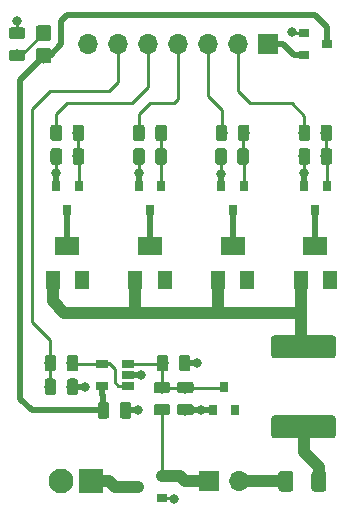
<source format=gbr>
G04 #@! TF.GenerationSoftware,KiCad,Pcbnew,5.1.2*
G04 #@! TF.CreationDate,2019-08-19T21:30:06+02:00*
G04 #@! TF.ProjectId,Battery-Tester,42617474-6572-4792-9d54-65737465722e,rev?*
G04 #@! TF.SameCoordinates,Original*
G04 #@! TF.FileFunction,Copper,L1,Top*
G04 #@! TF.FilePolarity,Positive*
%FSLAX46Y46*%
G04 Gerber Fmt 4.6, Leading zero omitted, Abs format (unit mm)*
G04 Created by KiCad (PCBNEW 5.1.2) date 2019-08-19 21:30:06*
%MOMM*%
%LPD*%
G04 APERTURE LIST*
%ADD10R,0.900000X0.800000*%
%ADD11C,0.100000*%
%ADD12C,1.250000*%
%ADD13R,1.060000X0.650000*%
%ADD14C,0.975000*%
%ADD15R,1.300000X1.600000*%
%ADD16R,2.000000X1.600000*%
%ADD17R,0.800000X0.900000*%
%ADD18O,1.700000X1.700000*%
%ADD19R,1.700000X1.700000*%
%ADD20C,2.100000*%
%ADD21R,2.100000X2.100000*%
%ADD22C,1.925000*%
%ADD23C,1.300000*%
%ADD24C,0.800000*%
%ADD25C,0.250000*%
%ADD26C,0.500000*%
%ADD27C,1.000000*%
G04 APERTURE END LIST*
D10*
X111000000Y-89500000D03*
X109000000Y-90450000D03*
X109000000Y-88550000D03*
X95000000Y-127000000D03*
X97000000Y-126050000D03*
X97000000Y-127950000D03*
D11*
G36*
X110699504Y-125626204D02*
G01*
X110723773Y-125629804D01*
X110747571Y-125635765D01*
X110770671Y-125644030D01*
X110792849Y-125654520D01*
X110813893Y-125667133D01*
X110833598Y-125681747D01*
X110851777Y-125698223D01*
X110868253Y-125716402D01*
X110882867Y-125736107D01*
X110895480Y-125757151D01*
X110905970Y-125779329D01*
X110914235Y-125802429D01*
X110920196Y-125826227D01*
X110923796Y-125850496D01*
X110925000Y-125875000D01*
X110925000Y-127125000D01*
X110923796Y-127149504D01*
X110920196Y-127173773D01*
X110914235Y-127197571D01*
X110905970Y-127220671D01*
X110895480Y-127242849D01*
X110882867Y-127263893D01*
X110868253Y-127283598D01*
X110851777Y-127301777D01*
X110833598Y-127318253D01*
X110813893Y-127332867D01*
X110792849Y-127345480D01*
X110770671Y-127355970D01*
X110747571Y-127364235D01*
X110723773Y-127370196D01*
X110699504Y-127373796D01*
X110675000Y-127375000D01*
X109925000Y-127375000D01*
X109900496Y-127373796D01*
X109876227Y-127370196D01*
X109852429Y-127364235D01*
X109829329Y-127355970D01*
X109807151Y-127345480D01*
X109786107Y-127332867D01*
X109766402Y-127318253D01*
X109748223Y-127301777D01*
X109731747Y-127283598D01*
X109717133Y-127263893D01*
X109704520Y-127242849D01*
X109694030Y-127220671D01*
X109685765Y-127197571D01*
X109679804Y-127173773D01*
X109676204Y-127149504D01*
X109675000Y-127125000D01*
X109675000Y-125875000D01*
X109676204Y-125850496D01*
X109679804Y-125826227D01*
X109685765Y-125802429D01*
X109694030Y-125779329D01*
X109704520Y-125757151D01*
X109717133Y-125736107D01*
X109731747Y-125716402D01*
X109748223Y-125698223D01*
X109766402Y-125681747D01*
X109786107Y-125667133D01*
X109807151Y-125654520D01*
X109829329Y-125644030D01*
X109852429Y-125635765D01*
X109876227Y-125629804D01*
X109900496Y-125626204D01*
X109925000Y-125625000D01*
X110675000Y-125625000D01*
X110699504Y-125626204D01*
X110699504Y-125626204D01*
G37*
D12*
X110300000Y-126500000D03*
D11*
G36*
X107899504Y-125626204D02*
G01*
X107923773Y-125629804D01*
X107947571Y-125635765D01*
X107970671Y-125644030D01*
X107992849Y-125654520D01*
X108013893Y-125667133D01*
X108033598Y-125681747D01*
X108051777Y-125698223D01*
X108068253Y-125716402D01*
X108082867Y-125736107D01*
X108095480Y-125757151D01*
X108105970Y-125779329D01*
X108114235Y-125802429D01*
X108120196Y-125826227D01*
X108123796Y-125850496D01*
X108125000Y-125875000D01*
X108125000Y-127125000D01*
X108123796Y-127149504D01*
X108120196Y-127173773D01*
X108114235Y-127197571D01*
X108105970Y-127220671D01*
X108095480Y-127242849D01*
X108082867Y-127263893D01*
X108068253Y-127283598D01*
X108051777Y-127301777D01*
X108033598Y-127318253D01*
X108013893Y-127332867D01*
X107992849Y-127345480D01*
X107970671Y-127355970D01*
X107947571Y-127364235D01*
X107923773Y-127370196D01*
X107899504Y-127373796D01*
X107875000Y-127375000D01*
X107125000Y-127375000D01*
X107100496Y-127373796D01*
X107076227Y-127370196D01*
X107052429Y-127364235D01*
X107029329Y-127355970D01*
X107007151Y-127345480D01*
X106986107Y-127332867D01*
X106966402Y-127318253D01*
X106948223Y-127301777D01*
X106931747Y-127283598D01*
X106917133Y-127263893D01*
X106904520Y-127242849D01*
X106894030Y-127220671D01*
X106885765Y-127197571D01*
X106879804Y-127173773D01*
X106876204Y-127149504D01*
X106875000Y-127125000D01*
X106875000Y-125875000D01*
X106876204Y-125850496D01*
X106879804Y-125826227D01*
X106885765Y-125802429D01*
X106894030Y-125779329D01*
X106904520Y-125757151D01*
X106917133Y-125736107D01*
X106931747Y-125716402D01*
X106948223Y-125698223D01*
X106966402Y-125681747D01*
X106986107Y-125667133D01*
X107007151Y-125654520D01*
X107029329Y-125644030D01*
X107052429Y-125635765D01*
X107076227Y-125629804D01*
X107100496Y-125626204D01*
X107125000Y-125625000D01*
X107875000Y-125625000D01*
X107899504Y-125626204D01*
X107899504Y-125626204D01*
G37*
D12*
X107500000Y-126500000D03*
D13*
X91900000Y-118450000D03*
X91900000Y-116550000D03*
X94100000Y-116550000D03*
X94100000Y-117500000D03*
X94100000Y-118450000D03*
D11*
G36*
X85230142Y-88076174D02*
G01*
X85253803Y-88079684D01*
X85277007Y-88085496D01*
X85299529Y-88093554D01*
X85321153Y-88103782D01*
X85341670Y-88116079D01*
X85360883Y-88130329D01*
X85378607Y-88146393D01*
X85394671Y-88164117D01*
X85408921Y-88183330D01*
X85421218Y-88203847D01*
X85431446Y-88225471D01*
X85439504Y-88247993D01*
X85445316Y-88271197D01*
X85448826Y-88294858D01*
X85450000Y-88318750D01*
X85450000Y-88806250D01*
X85448826Y-88830142D01*
X85445316Y-88853803D01*
X85439504Y-88877007D01*
X85431446Y-88899529D01*
X85421218Y-88921153D01*
X85408921Y-88941670D01*
X85394671Y-88960883D01*
X85378607Y-88978607D01*
X85360883Y-88994671D01*
X85341670Y-89008921D01*
X85321153Y-89021218D01*
X85299529Y-89031446D01*
X85277007Y-89039504D01*
X85253803Y-89045316D01*
X85230142Y-89048826D01*
X85206250Y-89050000D01*
X84293750Y-89050000D01*
X84269858Y-89048826D01*
X84246197Y-89045316D01*
X84222993Y-89039504D01*
X84200471Y-89031446D01*
X84178847Y-89021218D01*
X84158330Y-89008921D01*
X84139117Y-88994671D01*
X84121393Y-88978607D01*
X84105329Y-88960883D01*
X84091079Y-88941670D01*
X84078782Y-88921153D01*
X84068554Y-88899529D01*
X84060496Y-88877007D01*
X84054684Y-88853803D01*
X84051174Y-88830142D01*
X84050000Y-88806250D01*
X84050000Y-88318750D01*
X84051174Y-88294858D01*
X84054684Y-88271197D01*
X84060496Y-88247993D01*
X84068554Y-88225471D01*
X84078782Y-88203847D01*
X84091079Y-88183330D01*
X84105329Y-88164117D01*
X84121393Y-88146393D01*
X84139117Y-88130329D01*
X84158330Y-88116079D01*
X84178847Y-88103782D01*
X84200471Y-88093554D01*
X84222993Y-88085496D01*
X84246197Y-88079684D01*
X84269858Y-88076174D01*
X84293750Y-88075000D01*
X85206250Y-88075000D01*
X85230142Y-88076174D01*
X85230142Y-88076174D01*
G37*
D14*
X84750000Y-88562500D03*
D11*
G36*
X85230142Y-89951174D02*
G01*
X85253803Y-89954684D01*
X85277007Y-89960496D01*
X85299529Y-89968554D01*
X85321153Y-89978782D01*
X85341670Y-89991079D01*
X85360883Y-90005329D01*
X85378607Y-90021393D01*
X85394671Y-90039117D01*
X85408921Y-90058330D01*
X85421218Y-90078847D01*
X85431446Y-90100471D01*
X85439504Y-90122993D01*
X85445316Y-90146197D01*
X85448826Y-90169858D01*
X85450000Y-90193750D01*
X85450000Y-90681250D01*
X85448826Y-90705142D01*
X85445316Y-90728803D01*
X85439504Y-90752007D01*
X85431446Y-90774529D01*
X85421218Y-90796153D01*
X85408921Y-90816670D01*
X85394671Y-90835883D01*
X85378607Y-90853607D01*
X85360883Y-90869671D01*
X85341670Y-90883921D01*
X85321153Y-90896218D01*
X85299529Y-90906446D01*
X85277007Y-90914504D01*
X85253803Y-90920316D01*
X85230142Y-90923826D01*
X85206250Y-90925000D01*
X84293750Y-90925000D01*
X84269858Y-90923826D01*
X84246197Y-90920316D01*
X84222993Y-90914504D01*
X84200471Y-90906446D01*
X84178847Y-90896218D01*
X84158330Y-90883921D01*
X84139117Y-90869671D01*
X84121393Y-90853607D01*
X84105329Y-90835883D01*
X84091079Y-90816670D01*
X84078782Y-90796153D01*
X84068554Y-90774529D01*
X84060496Y-90752007D01*
X84054684Y-90728803D01*
X84051174Y-90705142D01*
X84050000Y-90681250D01*
X84050000Y-90193750D01*
X84051174Y-90169858D01*
X84054684Y-90146197D01*
X84060496Y-90122993D01*
X84068554Y-90100471D01*
X84078782Y-90078847D01*
X84091079Y-90058330D01*
X84105329Y-90039117D01*
X84121393Y-90021393D01*
X84139117Y-90005329D01*
X84158330Y-89991079D01*
X84178847Y-89978782D01*
X84200471Y-89968554D01*
X84222993Y-89960496D01*
X84246197Y-89954684D01*
X84269858Y-89951174D01*
X84293750Y-89950000D01*
X85206250Y-89950000D01*
X85230142Y-89951174D01*
X85230142Y-89951174D01*
G37*
D14*
X84750000Y-90437500D03*
D11*
G36*
X109330142Y-96301174D02*
G01*
X109353803Y-96304684D01*
X109377007Y-96310496D01*
X109399529Y-96318554D01*
X109421153Y-96328782D01*
X109441670Y-96341079D01*
X109460883Y-96355329D01*
X109478607Y-96371393D01*
X109494671Y-96389117D01*
X109508921Y-96408330D01*
X109521218Y-96428847D01*
X109531446Y-96450471D01*
X109539504Y-96472993D01*
X109545316Y-96496197D01*
X109548826Y-96519858D01*
X109550000Y-96543750D01*
X109550000Y-97456250D01*
X109548826Y-97480142D01*
X109545316Y-97503803D01*
X109539504Y-97527007D01*
X109531446Y-97549529D01*
X109521218Y-97571153D01*
X109508921Y-97591670D01*
X109494671Y-97610883D01*
X109478607Y-97628607D01*
X109460883Y-97644671D01*
X109441670Y-97658921D01*
X109421153Y-97671218D01*
X109399529Y-97681446D01*
X109377007Y-97689504D01*
X109353803Y-97695316D01*
X109330142Y-97698826D01*
X109306250Y-97700000D01*
X108818750Y-97700000D01*
X108794858Y-97698826D01*
X108771197Y-97695316D01*
X108747993Y-97689504D01*
X108725471Y-97681446D01*
X108703847Y-97671218D01*
X108683330Y-97658921D01*
X108664117Y-97644671D01*
X108646393Y-97628607D01*
X108630329Y-97610883D01*
X108616079Y-97591670D01*
X108603782Y-97571153D01*
X108593554Y-97549529D01*
X108585496Y-97527007D01*
X108579684Y-97503803D01*
X108576174Y-97480142D01*
X108575000Y-97456250D01*
X108575000Y-96543750D01*
X108576174Y-96519858D01*
X108579684Y-96496197D01*
X108585496Y-96472993D01*
X108593554Y-96450471D01*
X108603782Y-96428847D01*
X108616079Y-96408330D01*
X108630329Y-96389117D01*
X108646393Y-96371393D01*
X108664117Y-96355329D01*
X108683330Y-96341079D01*
X108703847Y-96328782D01*
X108725471Y-96318554D01*
X108747993Y-96310496D01*
X108771197Y-96304684D01*
X108794858Y-96301174D01*
X108818750Y-96300000D01*
X109306250Y-96300000D01*
X109330142Y-96301174D01*
X109330142Y-96301174D01*
G37*
D14*
X109062500Y-97000000D03*
D11*
G36*
X111205142Y-96301174D02*
G01*
X111228803Y-96304684D01*
X111252007Y-96310496D01*
X111274529Y-96318554D01*
X111296153Y-96328782D01*
X111316670Y-96341079D01*
X111335883Y-96355329D01*
X111353607Y-96371393D01*
X111369671Y-96389117D01*
X111383921Y-96408330D01*
X111396218Y-96428847D01*
X111406446Y-96450471D01*
X111414504Y-96472993D01*
X111420316Y-96496197D01*
X111423826Y-96519858D01*
X111425000Y-96543750D01*
X111425000Y-97456250D01*
X111423826Y-97480142D01*
X111420316Y-97503803D01*
X111414504Y-97527007D01*
X111406446Y-97549529D01*
X111396218Y-97571153D01*
X111383921Y-97591670D01*
X111369671Y-97610883D01*
X111353607Y-97628607D01*
X111335883Y-97644671D01*
X111316670Y-97658921D01*
X111296153Y-97671218D01*
X111274529Y-97681446D01*
X111252007Y-97689504D01*
X111228803Y-97695316D01*
X111205142Y-97698826D01*
X111181250Y-97700000D01*
X110693750Y-97700000D01*
X110669858Y-97698826D01*
X110646197Y-97695316D01*
X110622993Y-97689504D01*
X110600471Y-97681446D01*
X110578847Y-97671218D01*
X110558330Y-97658921D01*
X110539117Y-97644671D01*
X110521393Y-97628607D01*
X110505329Y-97610883D01*
X110491079Y-97591670D01*
X110478782Y-97571153D01*
X110468554Y-97549529D01*
X110460496Y-97527007D01*
X110454684Y-97503803D01*
X110451174Y-97480142D01*
X110450000Y-97456250D01*
X110450000Y-96543750D01*
X110451174Y-96519858D01*
X110454684Y-96496197D01*
X110460496Y-96472993D01*
X110468554Y-96450471D01*
X110478782Y-96428847D01*
X110491079Y-96408330D01*
X110505329Y-96389117D01*
X110521393Y-96371393D01*
X110539117Y-96355329D01*
X110558330Y-96341079D01*
X110578847Y-96328782D01*
X110600471Y-96318554D01*
X110622993Y-96310496D01*
X110646197Y-96304684D01*
X110669858Y-96301174D01*
X110693750Y-96300000D01*
X111181250Y-96300000D01*
X111205142Y-96301174D01*
X111205142Y-96301174D01*
G37*
D14*
X110937500Y-97000000D03*
D11*
G36*
X109330142Y-98301174D02*
G01*
X109353803Y-98304684D01*
X109377007Y-98310496D01*
X109399529Y-98318554D01*
X109421153Y-98328782D01*
X109441670Y-98341079D01*
X109460883Y-98355329D01*
X109478607Y-98371393D01*
X109494671Y-98389117D01*
X109508921Y-98408330D01*
X109521218Y-98428847D01*
X109531446Y-98450471D01*
X109539504Y-98472993D01*
X109545316Y-98496197D01*
X109548826Y-98519858D01*
X109550000Y-98543750D01*
X109550000Y-99456250D01*
X109548826Y-99480142D01*
X109545316Y-99503803D01*
X109539504Y-99527007D01*
X109531446Y-99549529D01*
X109521218Y-99571153D01*
X109508921Y-99591670D01*
X109494671Y-99610883D01*
X109478607Y-99628607D01*
X109460883Y-99644671D01*
X109441670Y-99658921D01*
X109421153Y-99671218D01*
X109399529Y-99681446D01*
X109377007Y-99689504D01*
X109353803Y-99695316D01*
X109330142Y-99698826D01*
X109306250Y-99700000D01*
X108818750Y-99700000D01*
X108794858Y-99698826D01*
X108771197Y-99695316D01*
X108747993Y-99689504D01*
X108725471Y-99681446D01*
X108703847Y-99671218D01*
X108683330Y-99658921D01*
X108664117Y-99644671D01*
X108646393Y-99628607D01*
X108630329Y-99610883D01*
X108616079Y-99591670D01*
X108603782Y-99571153D01*
X108593554Y-99549529D01*
X108585496Y-99527007D01*
X108579684Y-99503803D01*
X108576174Y-99480142D01*
X108575000Y-99456250D01*
X108575000Y-98543750D01*
X108576174Y-98519858D01*
X108579684Y-98496197D01*
X108585496Y-98472993D01*
X108593554Y-98450471D01*
X108603782Y-98428847D01*
X108616079Y-98408330D01*
X108630329Y-98389117D01*
X108646393Y-98371393D01*
X108664117Y-98355329D01*
X108683330Y-98341079D01*
X108703847Y-98328782D01*
X108725471Y-98318554D01*
X108747993Y-98310496D01*
X108771197Y-98304684D01*
X108794858Y-98301174D01*
X108818750Y-98300000D01*
X109306250Y-98300000D01*
X109330142Y-98301174D01*
X109330142Y-98301174D01*
G37*
D14*
X109062500Y-99000000D03*
D11*
G36*
X111205142Y-98301174D02*
G01*
X111228803Y-98304684D01*
X111252007Y-98310496D01*
X111274529Y-98318554D01*
X111296153Y-98328782D01*
X111316670Y-98341079D01*
X111335883Y-98355329D01*
X111353607Y-98371393D01*
X111369671Y-98389117D01*
X111383921Y-98408330D01*
X111396218Y-98428847D01*
X111406446Y-98450471D01*
X111414504Y-98472993D01*
X111420316Y-98496197D01*
X111423826Y-98519858D01*
X111425000Y-98543750D01*
X111425000Y-99456250D01*
X111423826Y-99480142D01*
X111420316Y-99503803D01*
X111414504Y-99527007D01*
X111406446Y-99549529D01*
X111396218Y-99571153D01*
X111383921Y-99591670D01*
X111369671Y-99610883D01*
X111353607Y-99628607D01*
X111335883Y-99644671D01*
X111316670Y-99658921D01*
X111296153Y-99671218D01*
X111274529Y-99681446D01*
X111252007Y-99689504D01*
X111228803Y-99695316D01*
X111205142Y-99698826D01*
X111181250Y-99700000D01*
X110693750Y-99700000D01*
X110669858Y-99698826D01*
X110646197Y-99695316D01*
X110622993Y-99689504D01*
X110600471Y-99681446D01*
X110578847Y-99671218D01*
X110558330Y-99658921D01*
X110539117Y-99644671D01*
X110521393Y-99628607D01*
X110505329Y-99610883D01*
X110491079Y-99591670D01*
X110478782Y-99571153D01*
X110468554Y-99549529D01*
X110460496Y-99527007D01*
X110454684Y-99503803D01*
X110451174Y-99480142D01*
X110450000Y-99456250D01*
X110450000Y-98543750D01*
X110451174Y-98519858D01*
X110454684Y-98496197D01*
X110460496Y-98472993D01*
X110468554Y-98450471D01*
X110478782Y-98428847D01*
X110491079Y-98408330D01*
X110505329Y-98389117D01*
X110521393Y-98371393D01*
X110539117Y-98355329D01*
X110558330Y-98341079D01*
X110578847Y-98328782D01*
X110600471Y-98318554D01*
X110622993Y-98310496D01*
X110646197Y-98304684D01*
X110669858Y-98301174D01*
X110693750Y-98300000D01*
X111181250Y-98300000D01*
X111205142Y-98301174D01*
X111205142Y-98301174D01*
G37*
D14*
X110937500Y-99000000D03*
D15*
X111250000Y-109450000D03*
D16*
X110000000Y-106550000D03*
D15*
X108750000Y-109450000D03*
D11*
G36*
X102330142Y-96301174D02*
G01*
X102353803Y-96304684D01*
X102377007Y-96310496D01*
X102399529Y-96318554D01*
X102421153Y-96328782D01*
X102441670Y-96341079D01*
X102460883Y-96355329D01*
X102478607Y-96371393D01*
X102494671Y-96389117D01*
X102508921Y-96408330D01*
X102521218Y-96428847D01*
X102531446Y-96450471D01*
X102539504Y-96472993D01*
X102545316Y-96496197D01*
X102548826Y-96519858D01*
X102550000Y-96543750D01*
X102550000Y-97456250D01*
X102548826Y-97480142D01*
X102545316Y-97503803D01*
X102539504Y-97527007D01*
X102531446Y-97549529D01*
X102521218Y-97571153D01*
X102508921Y-97591670D01*
X102494671Y-97610883D01*
X102478607Y-97628607D01*
X102460883Y-97644671D01*
X102441670Y-97658921D01*
X102421153Y-97671218D01*
X102399529Y-97681446D01*
X102377007Y-97689504D01*
X102353803Y-97695316D01*
X102330142Y-97698826D01*
X102306250Y-97700000D01*
X101818750Y-97700000D01*
X101794858Y-97698826D01*
X101771197Y-97695316D01*
X101747993Y-97689504D01*
X101725471Y-97681446D01*
X101703847Y-97671218D01*
X101683330Y-97658921D01*
X101664117Y-97644671D01*
X101646393Y-97628607D01*
X101630329Y-97610883D01*
X101616079Y-97591670D01*
X101603782Y-97571153D01*
X101593554Y-97549529D01*
X101585496Y-97527007D01*
X101579684Y-97503803D01*
X101576174Y-97480142D01*
X101575000Y-97456250D01*
X101575000Y-96543750D01*
X101576174Y-96519858D01*
X101579684Y-96496197D01*
X101585496Y-96472993D01*
X101593554Y-96450471D01*
X101603782Y-96428847D01*
X101616079Y-96408330D01*
X101630329Y-96389117D01*
X101646393Y-96371393D01*
X101664117Y-96355329D01*
X101683330Y-96341079D01*
X101703847Y-96328782D01*
X101725471Y-96318554D01*
X101747993Y-96310496D01*
X101771197Y-96304684D01*
X101794858Y-96301174D01*
X101818750Y-96300000D01*
X102306250Y-96300000D01*
X102330142Y-96301174D01*
X102330142Y-96301174D01*
G37*
D14*
X102062500Y-97000000D03*
D11*
G36*
X104205142Y-96301174D02*
G01*
X104228803Y-96304684D01*
X104252007Y-96310496D01*
X104274529Y-96318554D01*
X104296153Y-96328782D01*
X104316670Y-96341079D01*
X104335883Y-96355329D01*
X104353607Y-96371393D01*
X104369671Y-96389117D01*
X104383921Y-96408330D01*
X104396218Y-96428847D01*
X104406446Y-96450471D01*
X104414504Y-96472993D01*
X104420316Y-96496197D01*
X104423826Y-96519858D01*
X104425000Y-96543750D01*
X104425000Y-97456250D01*
X104423826Y-97480142D01*
X104420316Y-97503803D01*
X104414504Y-97527007D01*
X104406446Y-97549529D01*
X104396218Y-97571153D01*
X104383921Y-97591670D01*
X104369671Y-97610883D01*
X104353607Y-97628607D01*
X104335883Y-97644671D01*
X104316670Y-97658921D01*
X104296153Y-97671218D01*
X104274529Y-97681446D01*
X104252007Y-97689504D01*
X104228803Y-97695316D01*
X104205142Y-97698826D01*
X104181250Y-97700000D01*
X103693750Y-97700000D01*
X103669858Y-97698826D01*
X103646197Y-97695316D01*
X103622993Y-97689504D01*
X103600471Y-97681446D01*
X103578847Y-97671218D01*
X103558330Y-97658921D01*
X103539117Y-97644671D01*
X103521393Y-97628607D01*
X103505329Y-97610883D01*
X103491079Y-97591670D01*
X103478782Y-97571153D01*
X103468554Y-97549529D01*
X103460496Y-97527007D01*
X103454684Y-97503803D01*
X103451174Y-97480142D01*
X103450000Y-97456250D01*
X103450000Y-96543750D01*
X103451174Y-96519858D01*
X103454684Y-96496197D01*
X103460496Y-96472993D01*
X103468554Y-96450471D01*
X103478782Y-96428847D01*
X103491079Y-96408330D01*
X103505329Y-96389117D01*
X103521393Y-96371393D01*
X103539117Y-96355329D01*
X103558330Y-96341079D01*
X103578847Y-96328782D01*
X103600471Y-96318554D01*
X103622993Y-96310496D01*
X103646197Y-96304684D01*
X103669858Y-96301174D01*
X103693750Y-96300000D01*
X104181250Y-96300000D01*
X104205142Y-96301174D01*
X104205142Y-96301174D01*
G37*
D14*
X103937500Y-97000000D03*
D11*
G36*
X102267642Y-98301174D02*
G01*
X102291303Y-98304684D01*
X102314507Y-98310496D01*
X102337029Y-98318554D01*
X102358653Y-98328782D01*
X102379170Y-98341079D01*
X102398383Y-98355329D01*
X102416107Y-98371393D01*
X102432171Y-98389117D01*
X102446421Y-98408330D01*
X102458718Y-98428847D01*
X102468946Y-98450471D01*
X102477004Y-98472993D01*
X102482816Y-98496197D01*
X102486326Y-98519858D01*
X102487500Y-98543750D01*
X102487500Y-99456250D01*
X102486326Y-99480142D01*
X102482816Y-99503803D01*
X102477004Y-99527007D01*
X102468946Y-99549529D01*
X102458718Y-99571153D01*
X102446421Y-99591670D01*
X102432171Y-99610883D01*
X102416107Y-99628607D01*
X102398383Y-99644671D01*
X102379170Y-99658921D01*
X102358653Y-99671218D01*
X102337029Y-99681446D01*
X102314507Y-99689504D01*
X102291303Y-99695316D01*
X102267642Y-99698826D01*
X102243750Y-99700000D01*
X101756250Y-99700000D01*
X101732358Y-99698826D01*
X101708697Y-99695316D01*
X101685493Y-99689504D01*
X101662971Y-99681446D01*
X101641347Y-99671218D01*
X101620830Y-99658921D01*
X101601617Y-99644671D01*
X101583893Y-99628607D01*
X101567829Y-99610883D01*
X101553579Y-99591670D01*
X101541282Y-99571153D01*
X101531054Y-99549529D01*
X101522996Y-99527007D01*
X101517184Y-99503803D01*
X101513674Y-99480142D01*
X101512500Y-99456250D01*
X101512500Y-98543750D01*
X101513674Y-98519858D01*
X101517184Y-98496197D01*
X101522996Y-98472993D01*
X101531054Y-98450471D01*
X101541282Y-98428847D01*
X101553579Y-98408330D01*
X101567829Y-98389117D01*
X101583893Y-98371393D01*
X101601617Y-98355329D01*
X101620830Y-98341079D01*
X101641347Y-98328782D01*
X101662971Y-98318554D01*
X101685493Y-98310496D01*
X101708697Y-98304684D01*
X101732358Y-98301174D01*
X101756250Y-98300000D01*
X102243750Y-98300000D01*
X102267642Y-98301174D01*
X102267642Y-98301174D01*
G37*
D14*
X102000000Y-99000000D03*
D11*
G36*
X104142642Y-98301174D02*
G01*
X104166303Y-98304684D01*
X104189507Y-98310496D01*
X104212029Y-98318554D01*
X104233653Y-98328782D01*
X104254170Y-98341079D01*
X104273383Y-98355329D01*
X104291107Y-98371393D01*
X104307171Y-98389117D01*
X104321421Y-98408330D01*
X104333718Y-98428847D01*
X104343946Y-98450471D01*
X104352004Y-98472993D01*
X104357816Y-98496197D01*
X104361326Y-98519858D01*
X104362500Y-98543750D01*
X104362500Y-99456250D01*
X104361326Y-99480142D01*
X104357816Y-99503803D01*
X104352004Y-99527007D01*
X104343946Y-99549529D01*
X104333718Y-99571153D01*
X104321421Y-99591670D01*
X104307171Y-99610883D01*
X104291107Y-99628607D01*
X104273383Y-99644671D01*
X104254170Y-99658921D01*
X104233653Y-99671218D01*
X104212029Y-99681446D01*
X104189507Y-99689504D01*
X104166303Y-99695316D01*
X104142642Y-99698826D01*
X104118750Y-99700000D01*
X103631250Y-99700000D01*
X103607358Y-99698826D01*
X103583697Y-99695316D01*
X103560493Y-99689504D01*
X103537971Y-99681446D01*
X103516347Y-99671218D01*
X103495830Y-99658921D01*
X103476617Y-99644671D01*
X103458893Y-99628607D01*
X103442829Y-99610883D01*
X103428579Y-99591670D01*
X103416282Y-99571153D01*
X103406054Y-99549529D01*
X103397996Y-99527007D01*
X103392184Y-99503803D01*
X103388674Y-99480142D01*
X103387500Y-99456250D01*
X103387500Y-98543750D01*
X103388674Y-98519858D01*
X103392184Y-98496197D01*
X103397996Y-98472993D01*
X103406054Y-98450471D01*
X103416282Y-98428847D01*
X103428579Y-98408330D01*
X103442829Y-98389117D01*
X103458893Y-98371393D01*
X103476617Y-98355329D01*
X103495830Y-98341079D01*
X103516347Y-98328782D01*
X103537971Y-98318554D01*
X103560493Y-98310496D01*
X103583697Y-98304684D01*
X103607358Y-98301174D01*
X103631250Y-98300000D01*
X104118750Y-98300000D01*
X104142642Y-98301174D01*
X104142642Y-98301174D01*
G37*
D14*
X103875000Y-99000000D03*
D15*
X104250000Y-109450000D03*
D16*
X103000000Y-106550000D03*
D15*
X101750000Y-109450000D03*
D11*
G36*
X95330142Y-96301174D02*
G01*
X95353803Y-96304684D01*
X95377007Y-96310496D01*
X95399529Y-96318554D01*
X95421153Y-96328782D01*
X95441670Y-96341079D01*
X95460883Y-96355329D01*
X95478607Y-96371393D01*
X95494671Y-96389117D01*
X95508921Y-96408330D01*
X95521218Y-96428847D01*
X95531446Y-96450471D01*
X95539504Y-96472993D01*
X95545316Y-96496197D01*
X95548826Y-96519858D01*
X95550000Y-96543750D01*
X95550000Y-97456250D01*
X95548826Y-97480142D01*
X95545316Y-97503803D01*
X95539504Y-97527007D01*
X95531446Y-97549529D01*
X95521218Y-97571153D01*
X95508921Y-97591670D01*
X95494671Y-97610883D01*
X95478607Y-97628607D01*
X95460883Y-97644671D01*
X95441670Y-97658921D01*
X95421153Y-97671218D01*
X95399529Y-97681446D01*
X95377007Y-97689504D01*
X95353803Y-97695316D01*
X95330142Y-97698826D01*
X95306250Y-97700000D01*
X94818750Y-97700000D01*
X94794858Y-97698826D01*
X94771197Y-97695316D01*
X94747993Y-97689504D01*
X94725471Y-97681446D01*
X94703847Y-97671218D01*
X94683330Y-97658921D01*
X94664117Y-97644671D01*
X94646393Y-97628607D01*
X94630329Y-97610883D01*
X94616079Y-97591670D01*
X94603782Y-97571153D01*
X94593554Y-97549529D01*
X94585496Y-97527007D01*
X94579684Y-97503803D01*
X94576174Y-97480142D01*
X94575000Y-97456250D01*
X94575000Y-96543750D01*
X94576174Y-96519858D01*
X94579684Y-96496197D01*
X94585496Y-96472993D01*
X94593554Y-96450471D01*
X94603782Y-96428847D01*
X94616079Y-96408330D01*
X94630329Y-96389117D01*
X94646393Y-96371393D01*
X94664117Y-96355329D01*
X94683330Y-96341079D01*
X94703847Y-96328782D01*
X94725471Y-96318554D01*
X94747993Y-96310496D01*
X94771197Y-96304684D01*
X94794858Y-96301174D01*
X94818750Y-96300000D01*
X95306250Y-96300000D01*
X95330142Y-96301174D01*
X95330142Y-96301174D01*
G37*
D14*
X95062500Y-97000000D03*
D11*
G36*
X97205142Y-96301174D02*
G01*
X97228803Y-96304684D01*
X97252007Y-96310496D01*
X97274529Y-96318554D01*
X97296153Y-96328782D01*
X97316670Y-96341079D01*
X97335883Y-96355329D01*
X97353607Y-96371393D01*
X97369671Y-96389117D01*
X97383921Y-96408330D01*
X97396218Y-96428847D01*
X97406446Y-96450471D01*
X97414504Y-96472993D01*
X97420316Y-96496197D01*
X97423826Y-96519858D01*
X97425000Y-96543750D01*
X97425000Y-97456250D01*
X97423826Y-97480142D01*
X97420316Y-97503803D01*
X97414504Y-97527007D01*
X97406446Y-97549529D01*
X97396218Y-97571153D01*
X97383921Y-97591670D01*
X97369671Y-97610883D01*
X97353607Y-97628607D01*
X97335883Y-97644671D01*
X97316670Y-97658921D01*
X97296153Y-97671218D01*
X97274529Y-97681446D01*
X97252007Y-97689504D01*
X97228803Y-97695316D01*
X97205142Y-97698826D01*
X97181250Y-97700000D01*
X96693750Y-97700000D01*
X96669858Y-97698826D01*
X96646197Y-97695316D01*
X96622993Y-97689504D01*
X96600471Y-97681446D01*
X96578847Y-97671218D01*
X96558330Y-97658921D01*
X96539117Y-97644671D01*
X96521393Y-97628607D01*
X96505329Y-97610883D01*
X96491079Y-97591670D01*
X96478782Y-97571153D01*
X96468554Y-97549529D01*
X96460496Y-97527007D01*
X96454684Y-97503803D01*
X96451174Y-97480142D01*
X96450000Y-97456250D01*
X96450000Y-96543750D01*
X96451174Y-96519858D01*
X96454684Y-96496197D01*
X96460496Y-96472993D01*
X96468554Y-96450471D01*
X96478782Y-96428847D01*
X96491079Y-96408330D01*
X96505329Y-96389117D01*
X96521393Y-96371393D01*
X96539117Y-96355329D01*
X96558330Y-96341079D01*
X96578847Y-96328782D01*
X96600471Y-96318554D01*
X96622993Y-96310496D01*
X96646197Y-96304684D01*
X96669858Y-96301174D01*
X96693750Y-96300000D01*
X97181250Y-96300000D01*
X97205142Y-96301174D01*
X97205142Y-96301174D01*
G37*
D14*
X96937500Y-97000000D03*
D11*
G36*
X95330142Y-98301174D02*
G01*
X95353803Y-98304684D01*
X95377007Y-98310496D01*
X95399529Y-98318554D01*
X95421153Y-98328782D01*
X95441670Y-98341079D01*
X95460883Y-98355329D01*
X95478607Y-98371393D01*
X95494671Y-98389117D01*
X95508921Y-98408330D01*
X95521218Y-98428847D01*
X95531446Y-98450471D01*
X95539504Y-98472993D01*
X95545316Y-98496197D01*
X95548826Y-98519858D01*
X95550000Y-98543750D01*
X95550000Y-99456250D01*
X95548826Y-99480142D01*
X95545316Y-99503803D01*
X95539504Y-99527007D01*
X95531446Y-99549529D01*
X95521218Y-99571153D01*
X95508921Y-99591670D01*
X95494671Y-99610883D01*
X95478607Y-99628607D01*
X95460883Y-99644671D01*
X95441670Y-99658921D01*
X95421153Y-99671218D01*
X95399529Y-99681446D01*
X95377007Y-99689504D01*
X95353803Y-99695316D01*
X95330142Y-99698826D01*
X95306250Y-99700000D01*
X94818750Y-99700000D01*
X94794858Y-99698826D01*
X94771197Y-99695316D01*
X94747993Y-99689504D01*
X94725471Y-99681446D01*
X94703847Y-99671218D01*
X94683330Y-99658921D01*
X94664117Y-99644671D01*
X94646393Y-99628607D01*
X94630329Y-99610883D01*
X94616079Y-99591670D01*
X94603782Y-99571153D01*
X94593554Y-99549529D01*
X94585496Y-99527007D01*
X94579684Y-99503803D01*
X94576174Y-99480142D01*
X94575000Y-99456250D01*
X94575000Y-98543750D01*
X94576174Y-98519858D01*
X94579684Y-98496197D01*
X94585496Y-98472993D01*
X94593554Y-98450471D01*
X94603782Y-98428847D01*
X94616079Y-98408330D01*
X94630329Y-98389117D01*
X94646393Y-98371393D01*
X94664117Y-98355329D01*
X94683330Y-98341079D01*
X94703847Y-98328782D01*
X94725471Y-98318554D01*
X94747993Y-98310496D01*
X94771197Y-98304684D01*
X94794858Y-98301174D01*
X94818750Y-98300000D01*
X95306250Y-98300000D01*
X95330142Y-98301174D01*
X95330142Y-98301174D01*
G37*
D14*
X95062500Y-99000000D03*
D11*
G36*
X97205142Y-98301174D02*
G01*
X97228803Y-98304684D01*
X97252007Y-98310496D01*
X97274529Y-98318554D01*
X97296153Y-98328782D01*
X97316670Y-98341079D01*
X97335883Y-98355329D01*
X97353607Y-98371393D01*
X97369671Y-98389117D01*
X97383921Y-98408330D01*
X97396218Y-98428847D01*
X97406446Y-98450471D01*
X97414504Y-98472993D01*
X97420316Y-98496197D01*
X97423826Y-98519858D01*
X97425000Y-98543750D01*
X97425000Y-99456250D01*
X97423826Y-99480142D01*
X97420316Y-99503803D01*
X97414504Y-99527007D01*
X97406446Y-99549529D01*
X97396218Y-99571153D01*
X97383921Y-99591670D01*
X97369671Y-99610883D01*
X97353607Y-99628607D01*
X97335883Y-99644671D01*
X97316670Y-99658921D01*
X97296153Y-99671218D01*
X97274529Y-99681446D01*
X97252007Y-99689504D01*
X97228803Y-99695316D01*
X97205142Y-99698826D01*
X97181250Y-99700000D01*
X96693750Y-99700000D01*
X96669858Y-99698826D01*
X96646197Y-99695316D01*
X96622993Y-99689504D01*
X96600471Y-99681446D01*
X96578847Y-99671218D01*
X96558330Y-99658921D01*
X96539117Y-99644671D01*
X96521393Y-99628607D01*
X96505329Y-99610883D01*
X96491079Y-99591670D01*
X96478782Y-99571153D01*
X96468554Y-99549529D01*
X96460496Y-99527007D01*
X96454684Y-99503803D01*
X96451174Y-99480142D01*
X96450000Y-99456250D01*
X96450000Y-98543750D01*
X96451174Y-98519858D01*
X96454684Y-98496197D01*
X96460496Y-98472993D01*
X96468554Y-98450471D01*
X96478782Y-98428847D01*
X96491079Y-98408330D01*
X96505329Y-98389117D01*
X96521393Y-98371393D01*
X96539117Y-98355329D01*
X96558330Y-98341079D01*
X96578847Y-98328782D01*
X96600471Y-98318554D01*
X96622993Y-98310496D01*
X96646197Y-98304684D01*
X96669858Y-98301174D01*
X96693750Y-98300000D01*
X97181250Y-98300000D01*
X97205142Y-98301174D01*
X97205142Y-98301174D01*
G37*
D14*
X96937500Y-99000000D03*
D15*
X97250000Y-109450000D03*
D16*
X96000000Y-106550000D03*
D15*
X94750000Y-109450000D03*
D11*
G36*
X88330142Y-96301174D02*
G01*
X88353803Y-96304684D01*
X88377007Y-96310496D01*
X88399529Y-96318554D01*
X88421153Y-96328782D01*
X88441670Y-96341079D01*
X88460883Y-96355329D01*
X88478607Y-96371393D01*
X88494671Y-96389117D01*
X88508921Y-96408330D01*
X88521218Y-96428847D01*
X88531446Y-96450471D01*
X88539504Y-96472993D01*
X88545316Y-96496197D01*
X88548826Y-96519858D01*
X88550000Y-96543750D01*
X88550000Y-97456250D01*
X88548826Y-97480142D01*
X88545316Y-97503803D01*
X88539504Y-97527007D01*
X88531446Y-97549529D01*
X88521218Y-97571153D01*
X88508921Y-97591670D01*
X88494671Y-97610883D01*
X88478607Y-97628607D01*
X88460883Y-97644671D01*
X88441670Y-97658921D01*
X88421153Y-97671218D01*
X88399529Y-97681446D01*
X88377007Y-97689504D01*
X88353803Y-97695316D01*
X88330142Y-97698826D01*
X88306250Y-97700000D01*
X87818750Y-97700000D01*
X87794858Y-97698826D01*
X87771197Y-97695316D01*
X87747993Y-97689504D01*
X87725471Y-97681446D01*
X87703847Y-97671218D01*
X87683330Y-97658921D01*
X87664117Y-97644671D01*
X87646393Y-97628607D01*
X87630329Y-97610883D01*
X87616079Y-97591670D01*
X87603782Y-97571153D01*
X87593554Y-97549529D01*
X87585496Y-97527007D01*
X87579684Y-97503803D01*
X87576174Y-97480142D01*
X87575000Y-97456250D01*
X87575000Y-96543750D01*
X87576174Y-96519858D01*
X87579684Y-96496197D01*
X87585496Y-96472993D01*
X87593554Y-96450471D01*
X87603782Y-96428847D01*
X87616079Y-96408330D01*
X87630329Y-96389117D01*
X87646393Y-96371393D01*
X87664117Y-96355329D01*
X87683330Y-96341079D01*
X87703847Y-96328782D01*
X87725471Y-96318554D01*
X87747993Y-96310496D01*
X87771197Y-96304684D01*
X87794858Y-96301174D01*
X87818750Y-96300000D01*
X88306250Y-96300000D01*
X88330142Y-96301174D01*
X88330142Y-96301174D01*
G37*
D14*
X88062500Y-97000000D03*
D11*
G36*
X90205142Y-96301174D02*
G01*
X90228803Y-96304684D01*
X90252007Y-96310496D01*
X90274529Y-96318554D01*
X90296153Y-96328782D01*
X90316670Y-96341079D01*
X90335883Y-96355329D01*
X90353607Y-96371393D01*
X90369671Y-96389117D01*
X90383921Y-96408330D01*
X90396218Y-96428847D01*
X90406446Y-96450471D01*
X90414504Y-96472993D01*
X90420316Y-96496197D01*
X90423826Y-96519858D01*
X90425000Y-96543750D01*
X90425000Y-97456250D01*
X90423826Y-97480142D01*
X90420316Y-97503803D01*
X90414504Y-97527007D01*
X90406446Y-97549529D01*
X90396218Y-97571153D01*
X90383921Y-97591670D01*
X90369671Y-97610883D01*
X90353607Y-97628607D01*
X90335883Y-97644671D01*
X90316670Y-97658921D01*
X90296153Y-97671218D01*
X90274529Y-97681446D01*
X90252007Y-97689504D01*
X90228803Y-97695316D01*
X90205142Y-97698826D01*
X90181250Y-97700000D01*
X89693750Y-97700000D01*
X89669858Y-97698826D01*
X89646197Y-97695316D01*
X89622993Y-97689504D01*
X89600471Y-97681446D01*
X89578847Y-97671218D01*
X89558330Y-97658921D01*
X89539117Y-97644671D01*
X89521393Y-97628607D01*
X89505329Y-97610883D01*
X89491079Y-97591670D01*
X89478782Y-97571153D01*
X89468554Y-97549529D01*
X89460496Y-97527007D01*
X89454684Y-97503803D01*
X89451174Y-97480142D01*
X89450000Y-97456250D01*
X89450000Y-96543750D01*
X89451174Y-96519858D01*
X89454684Y-96496197D01*
X89460496Y-96472993D01*
X89468554Y-96450471D01*
X89478782Y-96428847D01*
X89491079Y-96408330D01*
X89505329Y-96389117D01*
X89521393Y-96371393D01*
X89539117Y-96355329D01*
X89558330Y-96341079D01*
X89578847Y-96328782D01*
X89600471Y-96318554D01*
X89622993Y-96310496D01*
X89646197Y-96304684D01*
X89669858Y-96301174D01*
X89693750Y-96300000D01*
X90181250Y-96300000D01*
X90205142Y-96301174D01*
X90205142Y-96301174D01*
G37*
D14*
X89937500Y-97000000D03*
D11*
G36*
X88330142Y-98301174D02*
G01*
X88353803Y-98304684D01*
X88377007Y-98310496D01*
X88399529Y-98318554D01*
X88421153Y-98328782D01*
X88441670Y-98341079D01*
X88460883Y-98355329D01*
X88478607Y-98371393D01*
X88494671Y-98389117D01*
X88508921Y-98408330D01*
X88521218Y-98428847D01*
X88531446Y-98450471D01*
X88539504Y-98472993D01*
X88545316Y-98496197D01*
X88548826Y-98519858D01*
X88550000Y-98543750D01*
X88550000Y-99456250D01*
X88548826Y-99480142D01*
X88545316Y-99503803D01*
X88539504Y-99527007D01*
X88531446Y-99549529D01*
X88521218Y-99571153D01*
X88508921Y-99591670D01*
X88494671Y-99610883D01*
X88478607Y-99628607D01*
X88460883Y-99644671D01*
X88441670Y-99658921D01*
X88421153Y-99671218D01*
X88399529Y-99681446D01*
X88377007Y-99689504D01*
X88353803Y-99695316D01*
X88330142Y-99698826D01*
X88306250Y-99700000D01*
X87818750Y-99700000D01*
X87794858Y-99698826D01*
X87771197Y-99695316D01*
X87747993Y-99689504D01*
X87725471Y-99681446D01*
X87703847Y-99671218D01*
X87683330Y-99658921D01*
X87664117Y-99644671D01*
X87646393Y-99628607D01*
X87630329Y-99610883D01*
X87616079Y-99591670D01*
X87603782Y-99571153D01*
X87593554Y-99549529D01*
X87585496Y-99527007D01*
X87579684Y-99503803D01*
X87576174Y-99480142D01*
X87575000Y-99456250D01*
X87575000Y-98543750D01*
X87576174Y-98519858D01*
X87579684Y-98496197D01*
X87585496Y-98472993D01*
X87593554Y-98450471D01*
X87603782Y-98428847D01*
X87616079Y-98408330D01*
X87630329Y-98389117D01*
X87646393Y-98371393D01*
X87664117Y-98355329D01*
X87683330Y-98341079D01*
X87703847Y-98328782D01*
X87725471Y-98318554D01*
X87747993Y-98310496D01*
X87771197Y-98304684D01*
X87794858Y-98301174D01*
X87818750Y-98300000D01*
X88306250Y-98300000D01*
X88330142Y-98301174D01*
X88330142Y-98301174D01*
G37*
D14*
X88062500Y-99000000D03*
D11*
G36*
X90205142Y-98301174D02*
G01*
X90228803Y-98304684D01*
X90252007Y-98310496D01*
X90274529Y-98318554D01*
X90296153Y-98328782D01*
X90316670Y-98341079D01*
X90335883Y-98355329D01*
X90353607Y-98371393D01*
X90369671Y-98389117D01*
X90383921Y-98408330D01*
X90396218Y-98428847D01*
X90406446Y-98450471D01*
X90414504Y-98472993D01*
X90420316Y-98496197D01*
X90423826Y-98519858D01*
X90425000Y-98543750D01*
X90425000Y-99456250D01*
X90423826Y-99480142D01*
X90420316Y-99503803D01*
X90414504Y-99527007D01*
X90406446Y-99549529D01*
X90396218Y-99571153D01*
X90383921Y-99591670D01*
X90369671Y-99610883D01*
X90353607Y-99628607D01*
X90335883Y-99644671D01*
X90316670Y-99658921D01*
X90296153Y-99671218D01*
X90274529Y-99681446D01*
X90252007Y-99689504D01*
X90228803Y-99695316D01*
X90205142Y-99698826D01*
X90181250Y-99700000D01*
X89693750Y-99700000D01*
X89669858Y-99698826D01*
X89646197Y-99695316D01*
X89622993Y-99689504D01*
X89600471Y-99681446D01*
X89578847Y-99671218D01*
X89558330Y-99658921D01*
X89539117Y-99644671D01*
X89521393Y-99628607D01*
X89505329Y-99610883D01*
X89491079Y-99591670D01*
X89478782Y-99571153D01*
X89468554Y-99549529D01*
X89460496Y-99527007D01*
X89454684Y-99503803D01*
X89451174Y-99480142D01*
X89450000Y-99456250D01*
X89450000Y-98543750D01*
X89451174Y-98519858D01*
X89454684Y-98496197D01*
X89460496Y-98472993D01*
X89468554Y-98450471D01*
X89478782Y-98428847D01*
X89491079Y-98408330D01*
X89505329Y-98389117D01*
X89521393Y-98371393D01*
X89539117Y-98355329D01*
X89558330Y-98341079D01*
X89578847Y-98328782D01*
X89600471Y-98318554D01*
X89622993Y-98310496D01*
X89646197Y-98304684D01*
X89669858Y-98301174D01*
X89693750Y-98300000D01*
X90181250Y-98300000D01*
X90205142Y-98301174D01*
X90205142Y-98301174D01*
G37*
D14*
X89937500Y-99000000D03*
D15*
X90250000Y-109450000D03*
D16*
X89000000Y-106550000D03*
D15*
X87750000Y-109450000D03*
D11*
G36*
X87830142Y-115801174D02*
G01*
X87853803Y-115804684D01*
X87877007Y-115810496D01*
X87899529Y-115818554D01*
X87921153Y-115828782D01*
X87941670Y-115841079D01*
X87960883Y-115855329D01*
X87978607Y-115871393D01*
X87994671Y-115889117D01*
X88008921Y-115908330D01*
X88021218Y-115928847D01*
X88031446Y-115950471D01*
X88039504Y-115972993D01*
X88045316Y-115996197D01*
X88048826Y-116019858D01*
X88050000Y-116043750D01*
X88050000Y-116956250D01*
X88048826Y-116980142D01*
X88045316Y-117003803D01*
X88039504Y-117027007D01*
X88031446Y-117049529D01*
X88021218Y-117071153D01*
X88008921Y-117091670D01*
X87994671Y-117110883D01*
X87978607Y-117128607D01*
X87960883Y-117144671D01*
X87941670Y-117158921D01*
X87921153Y-117171218D01*
X87899529Y-117181446D01*
X87877007Y-117189504D01*
X87853803Y-117195316D01*
X87830142Y-117198826D01*
X87806250Y-117200000D01*
X87318750Y-117200000D01*
X87294858Y-117198826D01*
X87271197Y-117195316D01*
X87247993Y-117189504D01*
X87225471Y-117181446D01*
X87203847Y-117171218D01*
X87183330Y-117158921D01*
X87164117Y-117144671D01*
X87146393Y-117128607D01*
X87130329Y-117110883D01*
X87116079Y-117091670D01*
X87103782Y-117071153D01*
X87093554Y-117049529D01*
X87085496Y-117027007D01*
X87079684Y-117003803D01*
X87076174Y-116980142D01*
X87075000Y-116956250D01*
X87075000Y-116043750D01*
X87076174Y-116019858D01*
X87079684Y-115996197D01*
X87085496Y-115972993D01*
X87093554Y-115950471D01*
X87103782Y-115928847D01*
X87116079Y-115908330D01*
X87130329Y-115889117D01*
X87146393Y-115871393D01*
X87164117Y-115855329D01*
X87183330Y-115841079D01*
X87203847Y-115828782D01*
X87225471Y-115818554D01*
X87247993Y-115810496D01*
X87271197Y-115804684D01*
X87294858Y-115801174D01*
X87318750Y-115800000D01*
X87806250Y-115800000D01*
X87830142Y-115801174D01*
X87830142Y-115801174D01*
G37*
D14*
X87562500Y-116500000D03*
D11*
G36*
X89705142Y-115801174D02*
G01*
X89728803Y-115804684D01*
X89752007Y-115810496D01*
X89774529Y-115818554D01*
X89796153Y-115828782D01*
X89816670Y-115841079D01*
X89835883Y-115855329D01*
X89853607Y-115871393D01*
X89869671Y-115889117D01*
X89883921Y-115908330D01*
X89896218Y-115928847D01*
X89906446Y-115950471D01*
X89914504Y-115972993D01*
X89920316Y-115996197D01*
X89923826Y-116019858D01*
X89925000Y-116043750D01*
X89925000Y-116956250D01*
X89923826Y-116980142D01*
X89920316Y-117003803D01*
X89914504Y-117027007D01*
X89906446Y-117049529D01*
X89896218Y-117071153D01*
X89883921Y-117091670D01*
X89869671Y-117110883D01*
X89853607Y-117128607D01*
X89835883Y-117144671D01*
X89816670Y-117158921D01*
X89796153Y-117171218D01*
X89774529Y-117181446D01*
X89752007Y-117189504D01*
X89728803Y-117195316D01*
X89705142Y-117198826D01*
X89681250Y-117200000D01*
X89193750Y-117200000D01*
X89169858Y-117198826D01*
X89146197Y-117195316D01*
X89122993Y-117189504D01*
X89100471Y-117181446D01*
X89078847Y-117171218D01*
X89058330Y-117158921D01*
X89039117Y-117144671D01*
X89021393Y-117128607D01*
X89005329Y-117110883D01*
X88991079Y-117091670D01*
X88978782Y-117071153D01*
X88968554Y-117049529D01*
X88960496Y-117027007D01*
X88954684Y-117003803D01*
X88951174Y-116980142D01*
X88950000Y-116956250D01*
X88950000Y-116043750D01*
X88951174Y-116019858D01*
X88954684Y-115996197D01*
X88960496Y-115972993D01*
X88968554Y-115950471D01*
X88978782Y-115928847D01*
X88991079Y-115908330D01*
X89005329Y-115889117D01*
X89021393Y-115871393D01*
X89039117Y-115855329D01*
X89058330Y-115841079D01*
X89078847Y-115828782D01*
X89100471Y-115818554D01*
X89122993Y-115810496D01*
X89146197Y-115804684D01*
X89169858Y-115801174D01*
X89193750Y-115800000D01*
X89681250Y-115800000D01*
X89705142Y-115801174D01*
X89705142Y-115801174D01*
G37*
D14*
X89437500Y-116500000D03*
D11*
G36*
X97330142Y-115801174D02*
G01*
X97353803Y-115804684D01*
X97377007Y-115810496D01*
X97399529Y-115818554D01*
X97421153Y-115828782D01*
X97441670Y-115841079D01*
X97460883Y-115855329D01*
X97478607Y-115871393D01*
X97494671Y-115889117D01*
X97508921Y-115908330D01*
X97521218Y-115928847D01*
X97531446Y-115950471D01*
X97539504Y-115972993D01*
X97545316Y-115996197D01*
X97548826Y-116019858D01*
X97550000Y-116043750D01*
X97550000Y-116956250D01*
X97548826Y-116980142D01*
X97545316Y-117003803D01*
X97539504Y-117027007D01*
X97531446Y-117049529D01*
X97521218Y-117071153D01*
X97508921Y-117091670D01*
X97494671Y-117110883D01*
X97478607Y-117128607D01*
X97460883Y-117144671D01*
X97441670Y-117158921D01*
X97421153Y-117171218D01*
X97399529Y-117181446D01*
X97377007Y-117189504D01*
X97353803Y-117195316D01*
X97330142Y-117198826D01*
X97306250Y-117200000D01*
X96818750Y-117200000D01*
X96794858Y-117198826D01*
X96771197Y-117195316D01*
X96747993Y-117189504D01*
X96725471Y-117181446D01*
X96703847Y-117171218D01*
X96683330Y-117158921D01*
X96664117Y-117144671D01*
X96646393Y-117128607D01*
X96630329Y-117110883D01*
X96616079Y-117091670D01*
X96603782Y-117071153D01*
X96593554Y-117049529D01*
X96585496Y-117027007D01*
X96579684Y-117003803D01*
X96576174Y-116980142D01*
X96575000Y-116956250D01*
X96575000Y-116043750D01*
X96576174Y-116019858D01*
X96579684Y-115996197D01*
X96585496Y-115972993D01*
X96593554Y-115950471D01*
X96603782Y-115928847D01*
X96616079Y-115908330D01*
X96630329Y-115889117D01*
X96646393Y-115871393D01*
X96664117Y-115855329D01*
X96683330Y-115841079D01*
X96703847Y-115828782D01*
X96725471Y-115818554D01*
X96747993Y-115810496D01*
X96771197Y-115804684D01*
X96794858Y-115801174D01*
X96818750Y-115800000D01*
X97306250Y-115800000D01*
X97330142Y-115801174D01*
X97330142Y-115801174D01*
G37*
D14*
X97062500Y-116500000D03*
D11*
G36*
X99205142Y-115801174D02*
G01*
X99228803Y-115804684D01*
X99252007Y-115810496D01*
X99274529Y-115818554D01*
X99296153Y-115828782D01*
X99316670Y-115841079D01*
X99335883Y-115855329D01*
X99353607Y-115871393D01*
X99369671Y-115889117D01*
X99383921Y-115908330D01*
X99396218Y-115928847D01*
X99406446Y-115950471D01*
X99414504Y-115972993D01*
X99420316Y-115996197D01*
X99423826Y-116019858D01*
X99425000Y-116043750D01*
X99425000Y-116956250D01*
X99423826Y-116980142D01*
X99420316Y-117003803D01*
X99414504Y-117027007D01*
X99406446Y-117049529D01*
X99396218Y-117071153D01*
X99383921Y-117091670D01*
X99369671Y-117110883D01*
X99353607Y-117128607D01*
X99335883Y-117144671D01*
X99316670Y-117158921D01*
X99296153Y-117171218D01*
X99274529Y-117181446D01*
X99252007Y-117189504D01*
X99228803Y-117195316D01*
X99205142Y-117198826D01*
X99181250Y-117200000D01*
X98693750Y-117200000D01*
X98669858Y-117198826D01*
X98646197Y-117195316D01*
X98622993Y-117189504D01*
X98600471Y-117181446D01*
X98578847Y-117171218D01*
X98558330Y-117158921D01*
X98539117Y-117144671D01*
X98521393Y-117128607D01*
X98505329Y-117110883D01*
X98491079Y-117091670D01*
X98478782Y-117071153D01*
X98468554Y-117049529D01*
X98460496Y-117027007D01*
X98454684Y-117003803D01*
X98451174Y-116980142D01*
X98450000Y-116956250D01*
X98450000Y-116043750D01*
X98451174Y-116019858D01*
X98454684Y-115996197D01*
X98460496Y-115972993D01*
X98468554Y-115950471D01*
X98478782Y-115928847D01*
X98491079Y-115908330D01*
X98505329Y-115889117D01*
X98521393Y-115871393D01*
X98539117Y-115855329D01*
X98558330Y-115841079D01*
X98578847Y-115828782D01*
X98600471Y-115818554D01*
X98622993Y-115810496D01*
X98646197Y-115804684D01*
X98669858Y-115801174D01*
X98693750Y-115800000D01*
X99181250Y-115800000D01*
X99205142Y-115801174D01*
X99205142Y-115801174D01*
G37*
D14*
X98937500Y-116500000D03*
D11*
G36*
X97480142Y-119951174D02*
G01*
X97503803Y-119954684D01*
X97527007Y-119960496D01*
X97549529Y-119968554D01*
X97571153Y-119978782D01*
X97591670Y-119991079D01*
X97610883Y-120005329D01*
X97628607Y-120021393D01*
X97644671Y-120039117D01*
X97658921Y-120058330D01*
X97671218Y-120078847D01*
X97681446Y-120100471D01*
X97689504Y-120122993D01*
X97695316Y-120146197D01*
X97698826Y-120169858D01*
X97700000Y-120193750D01*
X97700000Y-120681250D01*
X97698826Y-120705142D01*
X97695316Y-120728803D01*
X97689504Y-120752007D01*
X97681446Y-120774529D01*
X97671218Y-120796153D01*
X97658921Y-120816670D01*
X97644671Y-120835883D01*
X97628607Y-120853607D01*
X97610883Y-120869671D01*
X97591670Y-120883921D01*
X97571153Y-120896218D01*
X97549529Y-120906446D01*
X97527007Y-120914504D01*
X97503803Y-120920316D01*
X97480142Y-120923826D01*
X97456250Y-120925000D01*
X96543750Y-120925000D01*
X96519858Y-120923826D01*
X96496197Y-120920316D01*
X96472993Y-120914504D01*
X96450471Y-120906446D01*
X96428847Y-120896218D01*
X96408330Y-120883921D01*
X96389117Y-120869671D01*
X96371393Y-120853607D01*
X96355329Y-120835883D01*
X96341079Y-120816670D01*
X96328782Y-120796153D01*
X96318554Y-120774529D01*
X96310496Y-120752007D01*
X96304684Y-120728803D01*
X96301174Y-120705142D01*
X96300000Y-120681250D01*
X96300000Y-120193750D01*
X96301174Y-120169858D01*
X96304684Y-120146197D01*
X96310496Y-120122993D01*
X96318554Y-120100471D01*
X96328782Y-120078847D01*
X96341079Y-120058330D01*
X96355329Y-120039117D01*
X96371393Y-120021393D01*
X96389117Y-120005329D01*
X96408330Y-119991079D01*
X96428847Y-119978782D01*
X96450471Y-119968554D01*
X96472993Y-119960496D01*
X96496197Y-119954684D01*
X96519858Y-119951174D01*
X96543750Y-119950000D01*
X97456250Y-119950000D01*
X97480142Y-119951174D01*
X97480142Y-119951174D01*
G37*
D14*
X97000000Y-120437500D03*
D11*
G36*
X97480142Y-118076174D02*
G01*
X97503803Y-118079684D01*
X97527007Y-118085496D01*
X97549529Y-118093554D01*
X97571153Y-118103782D01*
X97591670Y-118116079D01*
X97610883Y-118130329D01*
X97628607Y-118146393D01*
X97644671Y-118164117D01*
X97658921Y-118183330D01*
X97671218Y-118203847D01*
X97681446Y-118225471D01*
X97689504Y-118247993D01*
X97695316Y-118271197D01*
X97698826Y-118294858D01*
X97700000Y-118318750D01*
X97700000Y-118806250D01*
X97698826Y-118830142D01*
X97695316Y-118853803D01*
X97689504Y-118877007D01*
X97681446Y-118899529D01*
X97671218Y-118921153D01*
X97658921Y-118941670D01*
X97644671Y-118960883D01*
X97628607Y-118978607D01*
X97610883Y-118994671D01*
X97591670Y-119008921D01*
X97571153Y-119021218D01*
X97549529Y-119031446D01*
X97527007Y-119039504D01*
X97503803Y-119045316D01*
X97480142Y-119048826D01*
X97456250Y-119050000D01*
X96543750Y-119050000D01*
X96519858Y-119048826D01*
X96496197Y-119045316D01*
X96472993Y-119039504D01*
X96450471Y-119031446D01*
X96428847Y-119021218D01*
X96408330Y-119008921D01*
X96389117Y-118994671D01*
X96371393Y-118978607D01*
X96355329Y-118960883D01*
X96341079Y-118941670D01*
X96328782Y-118921153D01*
X96318554Y-118899529D01*
X96310496Y-118877007D01*
X96304684Y-118853803D01*
X96301174Y-118830142D01*
X96300000Y-118806250D01*
X96300000Y-118318750D01*
X96301174Y-118294858D01*
X96304684Y-118271197D01*
X96310496Y-118247993D01*
X96318554Y-118225471D01*
X96328782Y-118203847D01*
X96341079Y-118183330D01*
X96355329Y-118164117D01*
X96371393Y-118146393D01*
X96389117Y-118130329D01*
X96408330Y-118116079D01*
X96428847Y-118103782D01*
X96450471Y-118093554D01*
X96472993Y-118085496D01*
X96496197Y-118079684D01*
X96519858Y-118076174D01*
X96543750Y-118075000D01*
X97456250Y-118075000D01*
X97480142Y-118076174D01*
X97480142Y-118076174D01*
G37*
D14*
X97000000Y-118562500D03*
D17*
X110000000Y-103500000D03*
X109050000Y-101500000D03*
X110950000Y-101500000D03*
X103000000Y-103500000D03*
X102050000Y-101500000D03*
X103950000Y-101500000D03*
X96000000Y-103500000D03*
X95050000Y-101500000D03*
X96950000Y-101500000D03*
X89000000Y-103500000D03*
X88050000Y-101500000D03*
X89950000Y-101500000D03*
D18*
X103540000Y-126500000D03*
D19*
X101000000Y-126500000D03*
D18*
X90760000Y-89500000D03*
X93300000Y-89500000D03*
X95840000Y-89500000D03*
X98380000Y-89500000D03*
X100920000Y-89500000D03*
X103460000Y-89500000D03*
D19*
X106000000Y-89500000D03*
D20*
X88460000Y-126500000D03*
D21*
X91000000Y-126500000D03*
D11*
G36*
X111499505Y-114151204D02*
G01*
X111523773Y-114154804D01*
X111547572Y-114160765D01*
X111570671Y-114169030D01*
X111592850Y-114179520D01*
X111613893Y-114192132D01*
X111633599Y-114206747D01*
X111651777Y-114223223D01*
X111668253Y-114241401D01*
X111682868Y-114261107D01*
X111695480Y-114282150D01*
X111705970Y-114304329D01*
X111714235Y-114327428D01*
X111720196Y-114351227D01*
X111723796Y-114375495D01*
X111725000Y-114399999D01*
X111725000Y-115825001D01*
X111723796Y-115849505D01*
X111720196Y-115873773D01*
X111714235Y-115897572D01*
X111705970Y-115920671D01*
X111695480Y-115942850D01*
X111682868Y-115963893D01*
X111668253Y-115983599D01*
X111651777Y-116001777D01*
X111633599Y-116018253D01*
X111613893Y-116032868D01*
X111592850Y-116045480D01*
X111570671Y-116055970D01*
X111547572Y-116064235D01*
X111523773Y-116070196D01*
X111499505Y-116073796D01*
X111475001Y-116075000D01*
X106524999Y-116075000D01*
X106500495Y-116073796D01*
X106476227Y-116070196D01*
X106452428Y-116064235D01*
X106429329Y-116055970D01*
X106407150Y-116045480D01*
X106386107Y-116032868D01*
X106366401Y-116018253D01*
X106348223Y-116001777D01*
X106331747Y-115983599D01*
X106317132Y-115963893D01*
X106304520Y-115942850D01*
X106294030Y-115920671D01*
X106285765Y-115897572D01*
X106279804Y-115873773D01*
X106276204Y-115849505D01*
X106275000Y-115825001D01*
X106275000Y-114399999D01*
X106276204Y-114375495D01*
X106279804Y-114351227D01*
X106285765Y-114327428D01*
X106294030Y-114304329D01*
X106304520Y-114282150D01*
X106317132Y-114261107D01*
X106331747Y-114241401D01*
X106348223Y-114223223D01*
X106366401Y-114206747D01*
X106386107Y-114192132D01*
X106407150Y-114179520D01*
X106429329Y-114169030D01*
X106452428Y-114160765D01*
X106476227Y-114154804D01*
X106500495Y-114151204D01*
X106524999Y-114150000D01*
X111475001Y-114150000D01*
X111499505Y-114151204D01*
X111499505Y-114151204D01*
G37*
D22*
X109000000Y-115112500D03*
D11*
G36*
X111499505Y-120926204D02*
G01*
X111523773Y-120929804D01*
X111547572Y-120935765D01*
X111570671Y-120944030D01*
X111592850Y-120954520D01*
X111613893Y-120967132D01*
X111633599Y-120981747D01*
X111651777Y-120998223D01*
X111668253Y-121016401D01*
X111682868Y-121036107D01*
X111695480Y-121057150D01*
X111705970Y-121079329D01*
X111714235Y-121102428D01*
X111720196Y-121126227D01*
X111723796Y-121150495D01*
X111725000Y-121174999D01*
X111725000Y-122600001D01*
X111723796Y-122624505D01*
X111720196Y-122648773D01*
X111714235Y-122672572D01*
X111705970Y-122695671D01*
X111695480Y-122717850D01*
X111682868Y-122738893D01*
X111668253Y-122758599D01*
X111651777Y-122776777D01*
X111633599Y-122793253D01*
X111613893Y-122807868D01*
X111592850Y-122820480D01*
X111570671Y-122830970D01*
X111547572Y-122839235D01*
X111523773Y-122845196D01*
X111499505Y-122848796D01*
X111475001Y-122850000D01*
X106524999Y-122850000D01*
X106500495Y-122848796D01*
X106476227Y-122845196D01*
X106452428Y-122839235D01*
X106429329Y-122830970D01*
X106407150Y-122820480D01*
X106386107Y-122807868D01*
X106366401Y-122793253D01*
X106348223Y-122776777D01*
X106331747Y-122758599D01*
X106317132Y-122738893D01*
X106304520Y-122717850D01*
X106294030Y-122695671D01*
X106285765Y-122672572D01*
X106279804Y-122648773D01*
X106276204Y-122624505D01*
X106275000Y-122600001D01*
X106275000Y-121174999D01*
X106276204Y-121150495D01*
X106279804Y-121126227D01*
X106285765Y-121102428D01*
X106294030Y-121079329D01*
X106304520Y-121057150D01*
X106317132Y-121036107D01*
X106331747Y-121016401D01*
X106348223Y-120998223D01*
X106366401Y-120981747D01*
X106386107Y-120967132D01*
X106407150Y-120954520D01*
X106429329Y-120944030D01*
X106452428Y-120935765D01*
X106476227Y-120929804D01*
X106500495Y-120926204D01*
X106524999Y-120925000D01*
X111475001Y-120925000D01*
X111499505Y-120926204D01*
X111499505Y-120926204D01*
G37*
D22*
X109000000Y-121887500D03*
D11*
G36*
X87424504Y-87876204D02*
G01*
X87448773Y-87879804D01*
X87472571Y-87885765D01*
X87495671Y-87894030D01*
X87517849Y-87904520D01*
X87538893Y-87917133D01*
X87558598Y-87931747D01*
X87576777Y-87948223D01*
X87593253Y-87966402D01*
X87607867Y-87986107D01*
X87620480Y-88007151D01*
X87630970Y-88029329D01*
X87639235Y-88052429D01*
X87645196Y-88076227D01*
X87648796Y-88100496D01*
X87650000Y-88125000D01*
X87650000Y-88950000D01*
X87648796Y-88974504D01*
X87645196Y-88998773D01*
X87639235Y-89022571D01*
X87630970Y-89045671D01*
X87620480Y-89067849D01*
X87607867Y-89088893D01*
X87593253Y-89108598D01*
X87576777Y-89126777D01*
X87558598Y-89143253D01*
X87538893Y-89157867D01*
X87517849Y-89170480D01*
X87495671Y-89180970D01*
X87472571Y-89189235D01*
X87448773Y-89195196D01*
X87424504Y-89198796D01*
X87400000Y-89200000D01*
X86600000Y-89200000D01*
X86575496Y-89198796D01*
X86551227Y-89195196D01*
X86527429Y-89189235D01*
X86504329Y-89180970D01*
X86482151Y-89170480D01*
X86461107Y-89157867D01*
X86441402Y-89143253D01*
X86423223Y-89126777D01*
X86406747Y-89108598D01*
X86392133Y-89088893D01*
X86379520Y-89067849D01*
X86369030Y-89045671D01*
X86360765Y-89022571D01*
X86354804Y-88998773D01*
X86351204Y-88974504D01*
X86350000Y-88950000D01*
X86350000Y-88125000D01*
X86351204Y-88100496D01*
X86354804Y-88076227D01*
X86360765Y-88052429D01*
X86369030Y-88029329D01*
X86379520Y-88007151D01*
X86392133Y-87986107D01*
X86406747Y-87966402D01*
X86423223Y-87948223D01*
X86441402Y-87931747D01*
X86461107Y-87917133D01*
X86482151Y-87904520D01*
X86504329Y-87894030D01*
X86527429Y-87885765D01*
X86551227Y-87879804D01*
X86575496Y-87876204D01*
X86600000Y-87875000D01*
X87400000Y-87875000D01*
X87424504Y-87876204D01*
X87424504Y-87876204D01*
G37*
D23*
X87000000Y-88537500D03*
D11*
G36*
X87424504Y-89801204D02*
G01*
X87448773Y-89804804D01*
X87472571Y-89810765D01*
X87495671Y-89819030D01*
X87517849Y-89829520D01*
X87538893Y-89842133D01*
X87558598Y-89856747D01*
X87576777Y-89873223D01*
X87593253Y-89891402D01*
X87607867Y-89911107D01*
X87620480Y-89932151D01*
X87630970Y-89954329D01*
X87639235Y-89977429D01*
X87645196Y-90001227D01*
X87648796Y-90025496D01*
X87650000Y-90050000D01*
X87650000Y-90875000D01*
X87648796Y-90899504D01*
X87645196Y-90923773D01*
X87639235Y-90947571D01*
X87630970Y-90970671D01*
X87620480Y-90992849D01*
X87607867Y-91013893D01*
X87593253Y-91033598D01*
X87576777Y-91051777D01*
X87558598Y-91068253D01*
X87538893Y-91082867D01*
X87517849Y-91095480D01*
X87495671Y-91105970D01*
X87472571Y-91114235D01*
X87448773Y-91120196D01*
X87424504Y-91123796D01*
X87400000Y-91125000D01*
X86600000Y-91125000D01*
X86575496Y-91123796D01*
X86551227Y-91120196D01*
X86527429Y-91114235D01*
X86504329Y-91105970D01*
X86482151Y-91095480D01*
X86461107Y-91082867D01*
X86441402Y-91068253D01*
X86423223Y-91051777D01*
X86406747Y-91033598D01*
X86392133Y-91013893D01*
X86379520Y-90992849D01*
X86369030Y-90970671D01*
X86360765Y-90947571D01*
X86354804Y-90923773D01*
X86351204Y-90899504D01*
X86350000Y-90875000D01*
X86350000Y-90050000D01*
X86351204Y-90025496D01*
X86354804Y-90001227D01*
X86360765Y-89977429D01*
X86369030Y-89954329D01*
X86379520Y-89932151D01*
X86392133Y-89911107D01*
X86406747Y-89891402D01*
X86423223Y-89873223D01*
X86441402Y-89856747D01*
X86461107Y-89842133D01*
X86482151Y-89829520D01*
X86504329Y-89819030D01*
X86527429Y-89810765D01*
X86551227Y-89804804D01*
X86575496Y-89801204D01*
X86600000Y-89800000D01*
X87400000Y-89800000D01*
X87424504Y-89801204D01*
X87424504Y-89801204D01*
G37*
D23*
X87000000Y-90462500D03*
D17*
X102250000Y-118500000D03*
X103200000Y-120500000D03*
X101300000Y-120500000D03*
D11*
G36*
X89705142Y-117801174D02*
G01*
X89728803Y-117804684D01*
X89752007Y-117810496D01*
X89774529Y-117818554D01*
X89796153Y-117828782D01*
X89816670Y-117841079D01*
X89835883Y-117855329D01*
X89853607Y-117871393D01*
X89869671Y-117889117D01*
X89883921Y-117908330D01*
X89896218Y-117928847D01*
X89906446Y-117950471D01*
X89914504Y-117972993D01*
X89920316Y-117996197D01*
X89923826Y-118019858D01*
X89925000Y-118043750D01*
X89925000Y-118956250D01*
X89923826Y-118980142D01*
X89920316Y-119003803D01*
X89914504Y-119027007D01*
X89906446Y-119049529D01*
X89896218Y-119071153D01*
X89883921Y-119091670D01*
X89869671Y-119110883D01*
X89853607Y-119128607D01*
X89835883Y-119144671D01*
X89816670Y-119158921D01*
X89796153Y-119171218D01*
X89774529Y-119181446D01*
X89752007Y-119189504D01*
X89728803Y-119195316D01*
X89705142Y-119198826D01*
X89681250Y-119200000D01*
X89193750Y-119200000D01*
X89169858Y-119198826D01*
X89146197Y-119195316D01*
X89122993Y-119189504D01*
X89100471Y-119181446D01*
X89078847Y-119171218D01*
X89058330Y-119158921D01*
X89039117Y-119144671D01*
X89021393Y-119128607D01*
X89005329Y-119110883D01*
X88991079Y-119091670D01*
X88978782Y-119071153D01*
X88968554Y-119049529D01*
X88960496Y-119027007D01*
X88954684Y-119003803D01*
X88951174Y-118980142D01*
X88950000Y-118956250D01*
X88950000Y-118043750D01*
X88951174Y-118019858D01*
X88954684Y-117996197D01*
X88960496Y-117972993D01*
X88968554Y-117950471D01*
X88978782Y-117928847D01*
X88991079Y-117908330D01*
X89005329Y-117889117D01*
X89021393Y-117871393D01*
X89039117Y-117855329D01*
X89058330Y-117841079D01*
X89078847Y-117828782D01*
X89100471Y-117818554D01*
X89122993Y-117810496D01*
X89146197Y-117804684D01*
X89169858Y-117801174D01*
X89193750Y-117800000D01*
X89681250Y-117800000D01*
X89705142Y-117801174D01*
X89705142Y-117801174D01*
G37*
D14*
X89437500Y-118500000D03*
D11*
G36*
X87830142Y-117801174D02*
G01*
X87853803Y-117804684D01*
X87877007Y-117810496D01*
X87899529Y-117818554D01*
X87921153Y-117828782D01*
X87941670Y-117841079D01*
X87960883Y-117855329D01*
X87978607Y-117871393D01*
X87994671Y-117889117D01*
X88008921Y-117908330D01*
X88021218Y-117928847D01*
X88031446Y-117950471D01*
X88039504Y-117972993D01*
X88045316Y-117996197D01*
X88048826Y-118019858D01*
X88050000Y-118043750D01*
X88050000Y-118956250D01*
X88048826Y-118980142D01*
X88045316Y-119003803D01*
X88039504Y-119027007D01*
X88031446Y-119049529D01*
X88021218Y-119071153D01*
X88008921Y-119091670D01*
X87994671Y-119110883D01*
X87978607Y-119128607D01*
X87960883Y-119144671D01*
X87941670Y-119158921D01*
X87921153Y-119171218D01*
X87899529Y-119181446D01*
X87877007Y-119189504D01*
X87853803Y-119195316D01*
X87830142Y-119198826D01*
X87806250Y-119200000D01*
X87318750Y-119200000D01*
X87294858Y-119198826D01*
X87271197Y-119195316D01*
X87247993Y-119189504D01*
X87225471Y-119181446D01*
X87203847Y-119171218D01*
X87183330Y-119158921D01*
X87164117Y-119144671D01*
X87146393Y-119128607D01*
X87130329Y-119110883D01*
X87116079Y-119091670D01*
X87103782Y-119071153D01*
X87093554Y-119049529D01*
X87085496Y-119027007D01*
X87079684Y-119003803D01*
X87076174Y-118980142D01*
X87075000Y-118956250D01*
X87075000Y-118043750D01*
X87076174Y-118019858D01*
X87079684Y-117996197D01*
X87085496Y-117972993D01*
X87093554Y-117950471D01*
X87103782Y-117928847D01*
X87116079Y-117908330D01*
X87130329Y-117889117D01*
X87146393Y-117871393D01*
X87164117Y-117855329D01*
X87183330Y-117841079D01*
X87203847Y-117828782D01*
X87225471Y-117818554D01*
X87247993Y-117810496D01*
X87271197Y-117804684D01*
X87294858Y-117801174D01*
X87318750Y-117800000D01*
X87806250Y-117800000D01*
X87830142Y-117801174D01*
X87830142Y-117801174D01*
G37*
D14*
X87562500Y-118500000D03*
D11*
G36*
X94205142Y-119801174D02*
G01*
X94228803Y-119804684D01*
X94252007Y-119810496D01*
X94274529Y-119818554D01*
X94296153Y-119828782D01*
X94316670Y-119841079D01*
X94335883Y-119855329D01*
X94353607Y-119871393D01*
X94369671Y-119889117D01*
X94383921Y-119908330D01*
X94396218Y-119928847D01*
X94406446Y-119950471D01*
X94414504Y-119972993D01*
X94420316Y-119996197D01*
X94423826Y-120019858D01*
X94425000Y-120043750D01*
X94425000Y-120956250D01*
X94423826Y-120980142D01*
X94420316Y-121003803D01*
X94414504Y-121027007D01*
X94406446Y-121049529D01*
X94396218Y-121071153D01*
X94383921Y-121091670D01*
X94369671Y-121110883D01*
X94353607Y-121128607D01*
X94335883Y-121144671D01*
X94316670Y-121158921D01*
X94296153Y-121171218D01*
X94274529Y-121181446D01*
X94252007Y-121189504D01*
X94228803Y-121195316D01*
X94205142Y-121198826D01*
X94181250Y-121200000D01*
X93693750Y-121200000D01*
X93669858Y-121198826D01*
X93646197Y-121195316D01*
X93622993Y-121189504D01*
X93600471Y-121181446D01*
X93578847Y-121171218D01*
X93558330Y-121158921D01*
X93539117Y-121144671D01*
X93521393Y-121128607D01*
X93505329Y-121110883D01*
X93491079Y-121091670D01*
X93478782Y-121071153D01*
X93468554Y-121049529D01*
X93460496Y-121027007D01*
X93454684Y-121003803D01*
X93451174Y-120980142D01*
X93450000Y-120956250D01*
X93450000Y-120043750D01*
X93451174Y-120019858D01*
X93454684Y-119996197D01*
X93460496Y-119972993D01*
X93468554Y-119950471D01*
X93478782Y-119928847D01*
X93491079Y-119908330D01*
X93505329Y-119889117D01*
X93521393Y-119871393D01*
X93539117Y-119855329D01*
X93558330Y-119841079D01*
X93578847Y-119828782D01*
X93600471Y-119818554D01*
X93622993Y-119810496D01*
X93646197Y-119804684D01*
X93669858Y-119801174D01*
X93693750Y-119800000D01*
X94181250Y-119800000D01*
X94205142Y-119801174D01*
X94205142Y-119801174D01*
G37*
D14*
X93937500Y-120500000D03*
D11*
G36*
X92330142Y-119801174D02*
G01*
X92353803Y-119804684D01*
X92377007Y-119810496D01*
X92399529Y-119818554D01*
X92421153Y-119828782D01*
X92441670Y-119841079D01*
X92460883Y-119855329D01*
X92478607Y-119871393D01*
X92494671Y-119889117D01*
X92508921Y-119908330D01*
X92521218Y-119928847D01*
X92531446Y-119950471D01*
X92539504Y-119972993D01*
X92545316Y-119996197D01*
X92548826Y-120019858D01*
X92550000Y-120043750D01*
X92550000Y-120956250D01*
X92548826Y-120980142D01*
X92545316Y-121003803D01*
X92539504Y-121027007D01*
X92531446Y-121049529D01*
X92521218Y-121071153D01*
X92508921Y-121091670D01*
X92494671Y-121110883D01*
X92478607Y-121128607D01*
X92460883Y-121144671D01*
X92441670Y-121158921D01*
X92421153Y-121171218D01*
X92399529Y-121181446D01*
X92377007Y-121189504D01*
X92353803Y-121195316D01*
X92330142Y-121198826D01*
X92306250Y-121200000D01*
X91818750Y-121200000D01*
X91794858Y-121198826D01*
X91771197Y-121195316D01*
X91747993Y-121189504D01*
X91725471Y-121181446D01*
X91703847Y-121171218D01*
X91683330Y-121158921D01*
X91664117Y-121144671D01*
X91646393Y-121128607D01*
X91630329Y-121110883D01*
X91616079Y-121091670D01*
X91603782Y-121071153D01*
X91593554Y-121049529D01*
X91585496Y-121027007D01*
X91579684Y-121003803D01*
X91576174Y-120980142D01*
X91575000Y-120956250D01*
X91575000Y-120043750D01*
X91576174Y-120019858D01*
X91579684Y-119996197D01*
X91585496Y-119972993D01*
X91593554Y-119950471D01*
X91603782Y-119928847D01*
X91616079Y-119908330D01*
X91630329Y-119889117D01*
X91646393Y-119871393D01*
X91664117Y-119855329D01*
X91683330Y-119841079D01*
X91703847Y-119828782D01*
X91725471Y-119818554D01*
X91747993Y-119810496D01*
X91771197Y-119804684D01*
X91794858Y-119801174D01*
X91818750Y-119800000D01*
X92306250Y-119800000D01*
X92330142Y-119801174D01*
X92330142Y-119801174D01*
G37*
D14*
X92062500Y-120500000D03*
D11*
G36*
X99480142Y-119951174D02*
G01*
X99503803Y-119954684D01*
X99527007Y-119960496D01*
X99549529Y-119968554D01*
X99571153Y-119978782D01*
X99591670Y-119991079D01*
X99610883Y-120005329D01*
X99628607Y-120021393D01*
X99644671Y-120039117D01*
X99658921Y-120058330D01*
X99671218Y-120078847D01*
X99681446Y-120100471D01*
X99689504Y-120122993D01*
X99695316Y-120146197D01*
X99698826Y-120169858D01*
X99700000Y-120193750D01*
X99700000Y-120681250D01*
X99698826Y-120705142D01*
X99695316Y-120728803D01*
X99689504Y-120752007D01*
X99681446Y-120774529D01*
X99671218Y-120796153D01*
X99658921Y-120816670D01*
X99644671Y-120835883D01*
X99628607Y-120853607D01*
X99610883Y-120869671D01*
X99591670Y-120883921D01*
X99571153Y-120896218D01*
X99549529Y-120906446D01*
X99527007Y-120914504D01*
X99503803Y-120920316D01*
X99480142Y-120923826D01*
X99456250Y-120925000D01*
X98543750Y-120925000D01*
X98519858Y-120923826D01*
X98496197Y-120920316D01*
X98472993Y-120914504D01*
X98450471Y-120906446D01*
X98428847Y-120896218D01*
X98408330Y-120883921D01*
X98389117Y-120869671D01*
X98371393Y-120853607D01*
X98355329Y-120835883D01*
X98341079Y-120816670D01*
X98328782Y-120796153D01*
X98318554Y-120774529D01*
X98310496Y-120752007D01*
X98304684Y-120728803D01*
X98301174Y-120705142D01*
X98300000Y-120681250D01*
X98300000Y-120193750D01*
X98301174Y-120169858D01*
X98304684Y-120146197D01*
X98310496Y-120122993D01*
X98318554Y-120100471D01*
X98328782Y-120078847D01*
X98341079Y-120058330D01*
X98355329Y-120039117D01*
X98371393Y-120021393D01*
X98389117Y-120005329D01*
X98408330Y-119991079D01*
X98428847Y-119978782D01*
X98450471Y-119968554D01*
X98472993Y-119960496D01*
X98496197Y-119954684D01*
X98519858Y-119951174D01*
X98543750Y-119950000D01*
X99456250Y-119950000D01*
X99480142Y-119951174D01*
X99480142Y-119951174D01*
G37*
D14*
X99000000Y-120437500D03*
D11*
G36*
X99480142Y-118076174D02*
G01*
X99503803Y-118079684D01*
X99527007Y-118085496D01*
X99549529Y-118093554D01*
X99571153Y-118103782D01*
X99591670Y-118116079D01*
X99610883Y-118130329D01*
X99628607Y-118146393D01*
X99644671Y-118164117D01*
X99658921Y-118183330D01*
X99671218Y-118203847D01*
X99681446Y-118225471D01*
X99689504Y-118247993D01*
X99695316Y-118271197D01*
X99698826Y-118294858D01*
X99700000Y-118318750D01*
X99700000Y-118806250D01*
X99698826Y-118830142D01*
X99695316Y-118853803D01*
X99689504Y-118877007D01*
X99681446Y-118899529D01*
X99671218Y-118921153D01*
X99658921Y-118941670D01*
X99644671Y-118960883D01*
X99628607Y-118978607D01*
X99610883Y-118994671D01*
X99591670Y-119008921D01*
X99571153Y-119021218D01*
X99549529Y-119031446D01*
X99527007Y-119039504D01*
X99503803Y-119045316D01*
X99480142Y-119048826D01*
X99456250Y-119050000D01*
X98543750Y-119050000D01*
X98519858Y-119048826D01*
X98496197Y-119045316D01*
X98472993Y-119039504D01*
X98450471Y-119031446D01*
X98428847Y-119021218D01*
X98408330Y-119008921D01*
X98389117Y-118994671D01*
X98371393Y-118978607D01*
X98355329Y-118960883D01*
X98341079Y-118941670D01*
X98328782Y-118921153D01*
X98318554Y-118899529D01*
X98310496Y-118877007D01*
X98304684Y-118853803D01*
X98301174Y-118830142D01*
X98300000Y-118806250D01*
X98300000Y-118318750D01*
X98301174Y-118294858D01*
X98304684Y-118271197D01*
X98310496Y-118247993D01*
X98318554Y-118225471D01*
X98328782Y-118203847D01*
X98341079Y-118183330D01*
X98355329Y-118164117D01*
X98371393Y-118146393D01*
X98389117Y-118130329D01*
X98408330Y-118116079D01*
X98428847Y-118103782D01*
X98450471Y-118093554D01*
X98472993Y-118085496D01*
X98496197Y-118079684D01*
X98519858Y-118076174D01*
X98543750Y-118075000D01*
X99456250Y-118075000D01*
X99480142Y-118076174D01*
X99480142Y-118076174D01*
G37*
D14*
X99000000Y-118562500D03*
D24*
X90500000Y-118500000D03*
X95250000Y-117500000D03*
X100000000Y-116500000D03*
X95000000Y-120500000D03*
X100312500Y-120437500D03*
X88062500Y-100437500D03*
X95062500Y-100437500D03*
X102000000Y-100500000D03*
X109062500Y-100437500D03*
X84750000Y-87500000D03*
X108000000Y-88500000D03*
X98000000Y-128000000D03*
D25*
X100987500Y-120437500D02*
X101050000Y-120500000D01*
X100312500Y-120437500D02*
X100987500Y-120437500D01*
X88062500Y-99000000D02*
X88062500Y-100437500D01*
X109062500Y-99000000D02*
X109062500Y-100437500D01*
X102000000Y-99000000D02*
X102000000Y-100500000D01*
X95062500Y-99000000D02*
X95062500Y-100437500D01*
X84750000Y-88562500D02*
X84750000Y-87500000D01*
D26*
X88050000Y-100450000D02*
X88062500Y-100437500D01*
X88050000Y-101500000D02*
X88050000Y-100450000D01*
X95050000Y-100450000D02*
X95062500Y-100437500D01*
X95050000Y-101500000D02*
X95050000Y-100450000D01*
X102050000Y-100550000D02*
X102000000Y-100500000D01*
X102050000Y-101500000D02*
X102050000Y-100550000D01*
X109050000Y-100450000D02*
X109062500Y-100437500D01*
X109050000Y-101500000D02*
X109050000Y-100450000D01*
X89437500Y-118500000D02*
X90500000Y-118500000D01*
X94100000Y-117500000D02*
X95250000Y-117500000D01*
X95000000Y-120500000D02*
X93937500Y-120500000D01*
X98937500Y-116500000D02*
X100000000Y-116500000D01*
X99000000Y-120437500D02*
X100312500Y-120437500D01*
X100375000Y-120500000D02*
X100312500Y-120437500D01*
X101300000Y-120500000D02*
X100375000Y-120500000D01*
D25*
X109000000Y-88550000D02*
X108050000Y-88550000D01*
X108050000Y-88550000D02*
X108000000Y-88500000D01*
X97000000Y-127950000D02*
X97950000Y-127950000D01*
X97950000Y-127950000D02*
X98000000Y-128000000D01*
X97000000Y-116562500D02*
X97062500Y-116500000D01*
X97000000Y-118562500D02*
X97000000Y-116562500D01*
X97012500Y-116550000D02*
X97062500Y-116500000D01*
X94600000Y-116550000D02*
X97012500Y-116550000D01*
X97000000Y-118562500D02*
X99000000Y-118562500D01*
X101937500Y-118562500D02*
X102000000Y-118500000D01*
X99000000Y-118562500D02*
X101937500Y-118562500D01*
D26*
X91900000Y-118450000D02*
X91900000Y-119150000D01*
X92062500Y-119312500D02*
X92062500Y-120500000D01*
X91900000Y-119150000D02*
X92062500Y-119312500D01*
X87537500Y-90462500D02*
X87000000Y-90462500D01*
X111000000Y-88000000D02*
X110000000Y-87000000D01*
X111000000Y-89500000D02*
X111000000Y-88000000D01*
X110000000Y-87000000D02*
X89000000Y-87000000D01*
X89000000Y-87000000D02*
X88500000Y-87500000D01*
X88500000Y-87500000D02*
X88500000Y-89500000D01*
X88500000Y-89500000D02*
X87537500Y-90462500D01*
X86000000Y-120500000D02*
X92062500Y-120500000D01*
X85000000Y-119500000D02*
X86000000Y-120500000D01*
X85000000Y-92500000D02*
X85000000Y-119500000D01*
X87000000Y-90462500D02*
X87000000Y-90500000D01*
X87000000Y-90500000D02*
X85000000Y-92500000D01*
D25*
X87562500Y-116500000D02*
X87562500Y-118500000D01*
X87562500Y-114562500D02*
X86000000Y-113000000D01*
X87562500Y-116500000D02*
X87562500Y-114562500D01*
X86000000Y-113000000D02*
X86000000Y-95000000D01*
X87500000Y-93500000D02*
X92500000Y-93500000D01*
X86000000Y-95000000D02*
X87500000Y-93500000D01*
X92500000Y-93500000D02*
X93300000Y-92700000D01*
X93300000Y-92700000D02*
X93300000Y-89500000D01*
X85100000Y-90437500D02*
X84750000Y-90437500D01*
X87000000Y-88537500D02*
X85100000Y-90437500D01*
D27*
X108750000Y-114862500D02*
X109000000Y-115112500D01*
X102750000Y-112250000D02*
X108750000Y-112250000D01*
X108750000Y-109450000D02*
X108750000Y-112250000D01*
X108750000Y-112250000D02*
X108750000Y-114862500D01*
X97400000Y-112250000D02*
X102750000Y-112250000D01*
X88750000Y-112250000D02*
X97400000Y-112250000D01*
X87750000Y-109450000D02*
X87750000Y-111250000D01*
X87750000Y-111250000D02*
X88750000Y-112250000D01*
X94750000Y-112250000D02*
X97400000Y-112250000D01*
X94750000Y-109450000D02*
X94750000Y-112250000D01*
X101750000Y-112250000D02*
X102750000Y-112250000D01*
X101750000Y-109450000D02*
X101750000Y-112250000D01*
X109000000Y-124000000D02*
X109000000Y-121887500D01*
X110300000Y-126500000D02*
X110300000Y-125300000D01*
X110300000Y-125300000D02*
X109000000Y-124000000D01*
X91000000Y-126500000D02*
X92500000Y-126500000D01*
X93000000Y-127000000D02*
X95000000Y-127000000D01*
X92500000Y-126500000D02*
X93000000Y-127000000D01*
D25*
X94500000Y-94500000D02*
X95840000Y-93160000D01*
X89000000Y-94500000D02*
X94500000Y-94500000D01*
X95840000Y-93160000D02*
X95840000Y-89500000D01*
X88062500Y-97000000D02*
X88062500Y-95437500D01*
X88062500Y-95437500D02*
X89000000Y-94500000D01*
X98380000Y-94120000D02*
X98380000Y-89500000D01*
X98000000Y-94500000D02*
X98380000Y-94120000D01*
X96000000Y-94500000D02*
X98000000Y-94500000D01*
X95062500Y-97000000D02*
X95062500Y-95437500D01*
X95062500Y-95437500D02*
X96000000Y-94500000D01*
X100920000Y-93920000D02*
X100920000Y-89500000D01*
X102062500Y-97000000D02*
X102062500Y-95062500D01*
X102062500Y-95062500D02*
X100920000Y-93920000D01*
X104500000Y-94500000D02*
X103460000Y-93460000D01*
X103460000Y-93460000D02*
X103460000Y-89500000D01*
X108000000Y-94500000D02*
X104500000Y-94500000D01*
X109062500Y-97000000D02*
X109062500Y-95562500D01*
X109062500Y-95562500D02*
X108000000Y-94500000D01*
D27*
X103540000Y-126500000D02*
X107500000Y-126500000D01*
D26*
X89000000Y-103500000D02*
X89000000Y-106550000D01*
D25*
X89937500Y-99000000D02*
X89937500Y-97000000D01*
X89950000Y-99012500D02*
X89937500Y-99000000D01*
X89950000Y-101500000D02*
X89950000Y-99012500D01*
D26*
X96000000Y-103500000D02*
X96000000Y-106550000D01*
D25*
X96937500Y-99000000D02*
X96937500Y-97000000D01*
X96950000Y-99012500D02*
X96937500Y-99000000D01*
X96950000Y-101500000D02*
X96950000Y-99012500D01*
D26*
X103000000Y-103500000D02*
X103000000Y-106550000D01*
D25*
X103875000Y-97062500D02*
X103937500Y-97000000D01*
X103875000Y-99000000D02*
X103875000Y-97062500D01*
X103950000Y-99075000D02*
X103875000Y-99000000D01*
X103950000Y-101500000D02*
X103950000Y-99075000D01*
D26*
X110000000Y-103500000D02*
X110000000Y-106550000D01*
D25*
X110937500Y-99000000D02*
X110937500Y-97000000D01*
X110950000Y-99012500D02*
X110937500Y-99000000D01*
X110950000Y-101500000D02*
X110950000Y-99012500D01*
X93320000Y-118450000D02*
X93000000Y-118130000D01*
X94100000Y-118450000D02*
X93320000Y-118450000D01*
X93000000Y-118130000D02*
X93000000Y-117000000D01*
X93000000Y-117000000D02*
X92500000Y-116500000D01*
X92450000Y-116550000D02*
X91900000Y-116550000D01*
X92500000Y-116500000D02*
X92450000Y-116550000D01*
X91850000Y-116500000D02*
X91900000Y-116550000D01*
X89487500Y-116550000D02*
X89437500Y-116500000D01*
X91900000Y-116550000D02*
X89487500Y-116550000D01*
D26*
X107250000Y-89500000D02*
X106000000Y-89500000D01*
X109000000Y-90450000D02*
X108200000Y-90450000D01*
X108200000Y-90450000D02*
X107250000Y-89500000D01*
D27*
X97000000Y-126050000D02*
X98550000Y-126050000D01*
X99000000Y-126500000D02*
X101000000Y-126500000D01*
X98550000Y-126050000D02*
X99000000Y-126500000D01*
D25*
X97000000Y-120437500D02*
X97000000Y-126050000D01*
M02*

</source>
